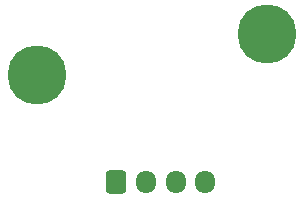
<source format=gbr>
%TF.GenerationSoftware,KiCad,Pcbnew,9.0.3*%
%TF.CreationDate,2025-07-22T22:52:44+10:00*%
%TF.ProjectId,motorMount,6d6f746f-724d-46f7-956e-742e6b696361,rev?*%
%TF.SameCoordinates,Original*%
%TF.FileFunction,Soldermask,Bot*%
%TF.FilePolarity,Negative*%
%FSLAX46Y46*%
G04 Gerber Fmt 4.6, Leading zero omitted, Abs format (unit mm)*
G04 Created by KiCad (PCBNEW 9.0.3) date 2025-07-22 22:52:44*
%MOMM*%
%LPD*%
G01*
G04 APERTURE LIST*
G04 Aperture macros list*
%AMRoundRect*
0 Rectangle with rounded corners*
0 $1 Rounding radius*
0 $2 $3 $4 $5 $6 $7 $8 $9 X,Y pos of 4 corners*
0 Add a 4 corners polygon primitive as box body*
4,1,4,$2,$3,$4,$5,$6,$7,$8,$9,$2,$3,0*
0 Add four circle primitives for the rounded corners*
1,1,$1+$1,$2,$3*
1,1,$1+$1,$4,$5*
1,1,$1+$1,$6,$7*
1,1,$1+$1,$8,$9*
0 Add four rect primitives between the rounded corners*
20,1,$1+$1,$2,$3,$4,$5,0*
20,1,$1+$1,$4,$5,$6,$7,0*
20,1,$1+$1,$6,$7,$8,$9,0*
20,1,$1+$1,$8,$9,$2,$3,0*%
G04 Aperture macros list end*
%ADD10RoundRect,0.250000X-0.600000X-0.725000X0.600000X-0.725000X0.600000X0.725000X-0.600000X0.725000X0*%
%ADD11O,1.700000X1.950000*%
%ADD12C,5.000000*%
G04 APERTURE END LIST*
D10*
%TO.C,J1*%
X145250000Y-107000000D03*
D11*
X147750000Y-107000000D03*
X150250000Y-107000000D03*
X152750000Y-107000000D03*
%TD*%
D12*
%TO.C,H1*%
X138500000Y-98000000D03*
%TD*%
%TO.C,H2*%
X158000000Y-94500000D03*
%TD*%
M02*

</source>
